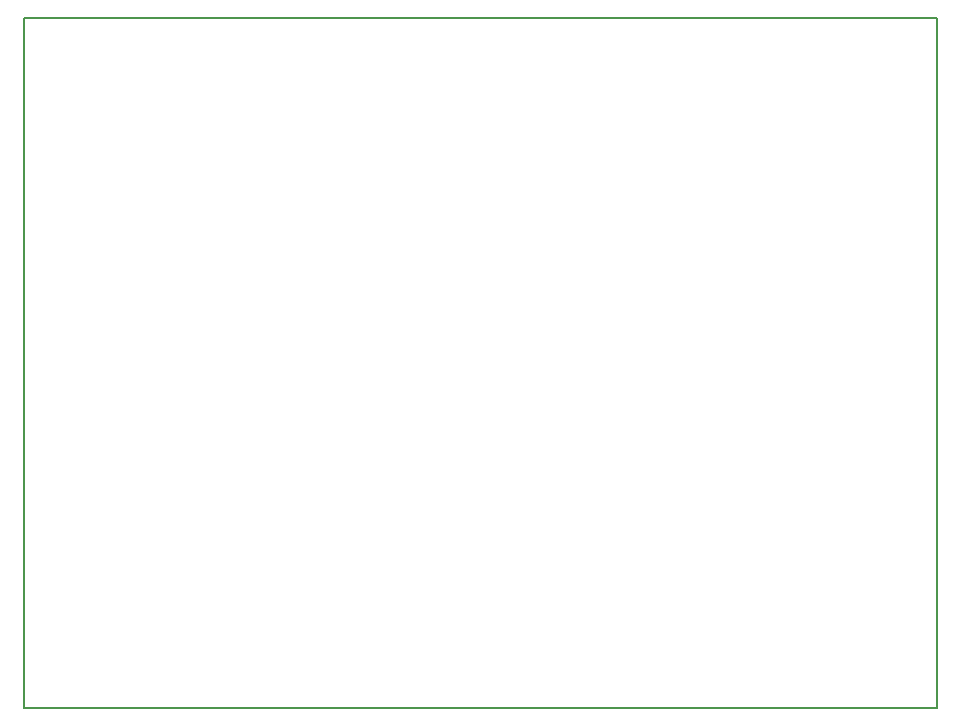
<source format=gbr>
%TF.GenerationSoftware,KiCad,Pcbnew,7.0.1*%
%TF.CreationDate,2025-03-28T09:55:01+02:00*%
%TF.ProjectId,EEE3088F_MM_Power_Project,45454533-3038-4384-965f-4d4d5f506f77,rev?*%
%TF.SameCoordinates,Original*%
%TF.FileFunction,Profile,NP*%
%FSLAX46Y46*%
G04 Gerber Fmt 4.6, Leading zero omitted, Abs format (unit mm)*
G04 Created by KiCad (PCBNEW 7.0.1) date 2025-03-28 09:55:01*
%MOMM*%
%LPD*%
G01*
G04 APERTURE LIST*
%TA.AperFunction,Profile*%
%ADD10C,0.200000*%
%TD*%
G04 APERTURE END LIST*
D10*
X100000000Y-94488200D02*
X177300000Y-94488200D01*
X177300000Y-152950000D01*
X100000000Y-152950000D01*
X100000000Y-94488200D01*
M02*

</source>
